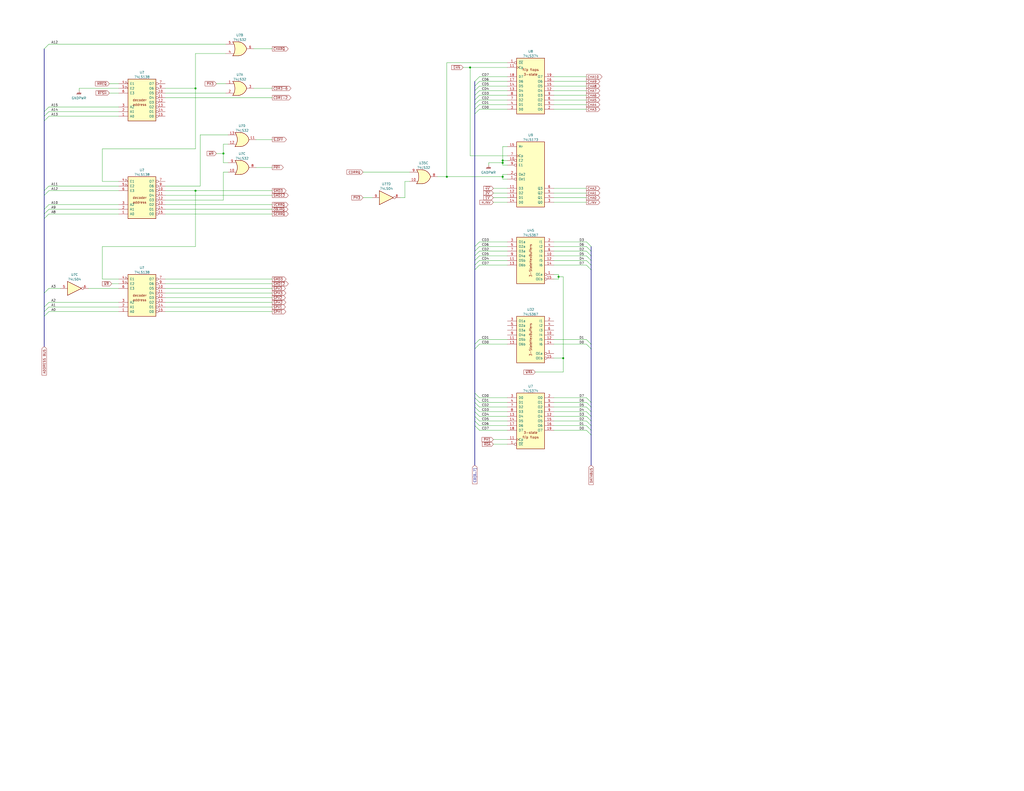
<source format=kicad_sch>
(kicad_sch (version 20211123) (generator eeschema)
  (paper "C")
  (title_block (title "TAITO SYSTEM SJ") (company "ANTON GALE"))
  (lib_symbols
    (symbol "jt74:74LS04" (pin_names (offset 1.016))
      (property "Reference" "U" (at 0 1.27 0))
      (property "Value" "74LS04" (at 0 -1.27 0))
      (symbol "74LS04_1_0"
        (polyline (pts (xy -3.81 3.81) (xy -3.81 -3.81) (xy 3.81 0) (xy -3.81 3.81)) (stroke (width 0.254)) (fill (type background)))
        (pin input line (at -7.62 0 0) (length 3.81) (name "~") (number "1"))
        (pin output inverted (at 7.62 0 180) (length 3.81) (name "~") (number "2"))
      )
      (symbol "74LS04_2_0"
        (polyline (pts (xy -3.81 3.81) (xy -3.81 -3.81) (xy 3.81 0) (xy -3.81 3.81)) (stroke (width 0.254)) (fill (type background)))
        (pin input line (at -7.62 0 0) (length 3.81) (name "~") (number "3"))
        (pin output inverted (at 7.62 0 180) (length 3.81) (name "~") (number "4"))
      )
      (symbol "74LS04_3_0"
        (polyline (pts (xy -3.81 3.81) (xy -3.81 -3.81) (xy 3.81 0) (xy -3.81 3.81)) (stroke (width 0.254)) (fill (type background)))
        (pin input line (at -7.62 0 0) (length 3.81) (name "~") (number "5"))
        (pin output inverted (at 7.62 0 180) (length 3.81) (name "~") (number "6"))
      )
      (symbol "74LS04_4_0"
        (polyline (pts (xy -3.81 3.81) (xy -3.81 -3.81) (xy 3.81 0) (xy -3.81 3.81)) (stroke (width 0.254)) (fill (type background)))
        (pin output inverted (at 7.62 0 180) (length 3.81) (name "~") (number "8"))
        (pin input line (at -7.62 0 0) (length 3.81) (name "~") (number "9"))
      )
      (symbol "74LS04_5_0"
        (polyline (pts (xy -3.81 3.81) (xy -3.81 -3.81) (xy 3.81 0) (xy -3.81 3.81)) (stroke (width 0.254)) (fill (type background)))
        (pin output inverted (at 7.62 0 180) (length 3.81) (name "~") (number "10"))
        (pin input line (at -7.62 0 0) (length 3.81) (name "~") (number "11"))
      )
      (symbol "74LS04_6_0"
        (polyline (pts (xy -3.81 3.81) (xy -3.81 -3.81) (xy 3.81 0) (xy -3.81 3.81)) (stroke (width 0.254)) (fill (type background)))
        (pin output inverted (at 7.62 0 180) (length 3.81) (name "~") (number "12"))
        (pin input line (at -7.62 0 0) (length 3.81) (name "~") (number "13"))
      )
      (symbol "74LS04_7_0"
        (pin power_in line (at 0 7.62 270) (length 5.08) hide (name "VCC") (number "14"))
        (pin power_in line (at 0 -7.62 90) (length 5.08) hide (name "VSS") (number "7"))
      )
      (symbol "74LS04_7_1"
        (rectangle (start -5.08 7.62) (end 5.08 -7.62) (stroke (width 0.254)) (fill (type background)))
      )
    )
    (symbol "jt74:74LS138" (pin_names (offset 1.016))
      (property "Reference" "U" (at 6.35 11.43 0))
      (property "Value" "74LS138" (at 3.81 -13.97 0))
      (symbol "74LS138_0_0"
        (text "address" (at -1.27 1.27 0) (effects (font (size 1.27 1.27))))
        (text "decoder" (at -1.27 -1.27 0) (effects (font (size 1.27 1.27))))
      )
      (symbol "74LS138_1_0"
        (pin input line (at -12.7 7.62 0) (length 5.08) (name "A0") (number "1"))
        (pin output inverted (at 12.7 -5.08 180) (length 5.08) (name "O5") (number "10"))
        (pin output inverted (at 12.7 -2.54 180) (length 5.08) (name "O4") (number "11"))
        (pin output inverted (at 12.7 0 180) (length 5.08) (name "O3") (number "12"))
        (pin output inverted (at 12.7 2.54 180) (length 5.08) (name "O2") (number "13"))
        (pin output inverted (at 12.7 5.08 180) (length 5.08) (name "O1") (number "14"))
        (pin output inverted (at 12.7 7.62 180) (length 5.08) (name "O0") (number "15"))
        (pin input line (at -12.7 5.08 0) (length 5.08) (name "A1") (number "2"))
        (pin input line (at -12.7 2.54 0) (length 5.08) (name "A2") (number "3"))
        (pin input input_low (at -12.7 -10.16 0) (length 5.08) (name "E1") (number "4"))
        (pin input input_low (at -12.7 -7.62 0) (length 5.08) (name "E2") (number "5"))
        (pin input line (at -12.7 -5.08 0) (length 5.08) (name "E3") (number "6"))
        (pin output inverted (at 12.7 -10.16 180) (length 5.08) (name "O7") (number "7"))
        (pin output inverted (at 12.7 -7.62 180) (length 5.08) (name "O6") (number "9"))
      )
      (symbol "74LS138_1_1"
        (rectangle (start -7.62 10.16) (end 7.62 -12.7) (stroke (width 0.254)) (fill (type background)))
      )
    )
    (symbol "jt74:74LS173" (pin_names (offset 1.016))
      (property "Reference" "U" (at -7.62 19.05 0))
      (property "Value" "74LS173" (at -7.62 -19.05 0))
      (symbol "74LS173_1_0"
        (pin input inverted (at -12.7 2.54 0) (length 5.08) (name "Oe1") (number "1"))
        (pin input inverted (at -12.7 -7.62 0) (length 5.08) (name "E2") (number "10"))
        (pin input line (at -12.7 7.62 0) (length 5.08) (name "D3") (number "11"))
        (pin input line (at -12.7 10.16 0) (length 5.08) (name "D2") (number "12"))
        (pin input line (at -12.7 12.7 0) (length 5.08) (name "D1") (number "13"))
        (pin input line (at -12.7 15.24 0) (length 5.08) (name "D0") (number "14"))
        (pin input line (at -12.7 -15.24 0) (length 5.08) (name "Mr") (number "15"))
        (pin input line (at 0 22.86 270) (length 5.08) hide (name "VCC") (number "16"))
        (pin input inverted (at -12.7 0 0) (length 5.08) (name "Oe2") (number "2"))
        (pin tri_state line (at 12.7 15.24 180) (length 5.08) (name "Q0") (number "3"))
        (pin tri_state line (at 12.7 12.7 180) (length 5.08) (name "Q1") (number "4"))
        (pin tri_state line (at 12.7 10.16 180) (length 5.08) (name "Q2") (number "5"))
        (pin tri_state line (at 12.7 7.62 180) (length 5.08) (name "Q3") (number "6"))
        (pin input clock (at -12.7 -10.16 0) (length 5.08) (name "Cp") (number "7"))
        (pin input line (at 0 -22.86 90) (length 5.08) hide (name "GND") (number "8"))
        (pin input inverted (at -12.7 -5.08 0) (length 5.08) (name "E1") (number "9"))
      )
      (symbol "74LS173_1_1"
        (rectangle (start -7.62 17.78) (end 7.62 -17.78) (stroke (width 0.254)) (fill (type background)))
      )
    )
    (symbol "jt74:74LS32" (pin_names (offset 1.016))
      (property "Reference" "U" (at 0 1.27 0))
      (property "Value" "74LS32" (at 0 -1.27 0))
      (symbol "74LS32_1_1"
        (arc (start -3.81 -3.81) (mid -2.589 0) (end -3.81 3.81) (stroke (width 0.254)))
        (arc (start -0.6096 -3.81) (mid 2.1842 -2.5851) (end 3.81 0) (stroke (width 0.254)) (fill (type background)))
        (polyline (pts (xy -3.81 -3.81) (xy -0.635 -3.81)) (stroke (width 0.254)) (fill (type background)))
        (polyline (pts (xy -3.81 3.81) (xy -0.635 3.81)) (stroke (width 0.254)) (fill (type background)))
        (polyline (pts (xy -0.635 3.81) (xy -3.81 3.81) (xy -3.81 3.81) (xy -3.556 3.4036) (xy -3.0226 2.2606) (xy -2.6924 1.0414) (xy -2.6162 -0.254) (xy -2.7686 -1.4986) (xy -3.175 -2.7178) (xy -3.81 -3.81) (xy -3.81 -3.81) (xy -0.635 -3.81)) (stroke (width -25.4)) (fill (type background)))
        (arc (start 3.81 0) (mid 2.1915 2.5936) (end -0.6096 3.81) (stroke (width 0.254)) (fill (type background)))
        (pin input line (at -7.62 2.54 0) (length 4.318) (name "~") (number "1"))
        (pin input line (at -7.62 -2.54 0) (length 4.318) (name "~") (number "2"))
        (pin output line (at 7.62 0 180) (length 3.81) (name "~") (number "3"))
      )
      (symbol "74LS32_1_2"
        (arc (start 0 -3.81) (mid 3.81 0) (end 0 3.81) (stroke (width 0.254)) (fill (type background)))
        (polyline (pts (xy 0 3.81) (xy -3.81 3.81) (xy -3.81 -3.81) (xy 0 -3.81)) (stroke (width 0.254)) (fill (type background)))
        (pin input inverted (at -7.62 2.54 0) (length 3.81) (name "~") (number "1"))
        (pin input inverted (at -7.62 -2.54 0) (length 3.81) (name "~") (number "2"))
        (pin output inverted (at 7.62 0 180) (length 3.81) (name "~") (number "3"))
      )
      (symbol "74LS32_2_1"
        (arc (start -3.81 -3.81) (mid -2.589 0) (end -3.81 3.81) (stroke (width 0.254)))
        (arc (start -0.6096 -3.81) (mid 2.1842 -2.5851) (end 3.81 0) (stroke (width 0.254)) (fill (type background)))
        (polyline (pts (xy -3.81 -3.81) (xy -0.635 -3.81)) (stroke (width 0.254)) (fill (type background)))
        (polyline (pts (xy -3.81 3.81) (xy -0.635 3.81)) (stroke (width 0.254)) (fill (type background)))
        (polyline (pts (xy -0.635 3.81) (xy -3.81 3.81) (xy -3.81 3.81) (xy -3.556 3.4036) (xy -3.0226 2.2606) (xy -2.6924 1.0414) (xy -2.6162 -0.254) (xy -2.7686 -1.4986) (xy -3.175 -2.7178) (xy -3.81 -3.81) (xy -3.81 -3.81) (xy -0.635 -3.81)) (stroke (width -25.4)) (fill (type background)))
        (arc (start 3.81 0) (mid 2.1915 2.5936) (end -0.6096 3.81) (stroke (width 0.254)) (fill (type background)))
        (pin input line (at -7.62 2.54 0) (length 4.318) (name "~") (number "4"))
        (pin input line (at -7.62 -2.54 0) (length 4.318) (name "~") (number "5"))
        (pin output line (at 7.62 0 180) (length 3.81) (name "~") (number "6"))
      )
      (symbol "74LS32_2_2"
        (arc (start 0 -3.81) (mid 3.81 0) (end 0 3.81) (stroke (width 0.254)) (fill (type background)))
        (polyline (pts (xy 0 3.81) (xy -3.81 3.81) (xy -3.81 -3.81) (xy 0 -3.81)) (stroke (width 0.254)) (fill (type background)))
        (pin input inverted (at -7.62 2.54 0) (length 3.81) (name "~") (number "4"))
        (pin input inverted (at -7.62 -2.54 0) (length 3.81) (name "~") (number "5"))
        (pin output inverted (at 7.62 0 180) (length 3.81) (name "~") (number "6"))
      )
      (symbol "74LS32_3_1"
        (arc (start -3.81 -3.81) (mid -2.589 0) (end -3.81 3.81) (stroke (width 0.254)))
        (arc (start -0.6096 -3.81) (mid 2.1842 -2.5851) (end 3.81 0) (stroke (width 0.254)) (fill (type background)))
        (polyline (pts (xy -3.81 -3.81) (xy -0.635 -3.81)) (stroke (width 0.254)) (fill (type background)))
        (polyline (pts (xy -3.81 3.81) (xy -0.635 3.81)) (stroke (width 0.254)) (fill (type background)))
        (polyline (pts (xy -0.635 3.81) (xy -3.81 3.81) (xy -3.81 3.81) (xy -3.556 3.4036) (xy -3.0226 2.2606) (xy -2.6924 1.0414) (xy -2.6162 -0.254) (xy -2.7686 -1.4986) (xy -3.175 -2.7178) (xy -3.81 -3.81) (xy -3.81 -3.81) (xy -0.635 -3.81)) (stroke (width -25.4)) (fill (type background)))
        (arc (start 3.81 0) (mid 2.1915 2.5936) (end -0.6096 3.81) (stroke (width 0.254)) (fill (type background)))
        (pin input line (at -7.62 -2.54 0) (length 4.318) (name "~") (number "10"))
        (pin output line (at 7.62 0 180) (length 3.81) (name "~") (number "8"))
        (pin input line (at -7.62 2.54 0) (length 4.318) (name "~") (number "9"))
      )
      (symbol "74LS32_3_2"
        (arc (start 0 -3.81) (mid 3.81 0) (end 0 3.81) (stroke (width 0.254)) (fill (type background)))
        (polyline (pts (xy 0 3.81) (xy -3.81 3.81) (xy -3.81 -3.81) (xy 0 -3.81)) (stroke (width 0.254)) (fill (type background)))
        (pin input inverted (at -7.62 -2.54 0) (length 3.81) (name "~") (number "10"))
        (pin output inverted (at 7.62 0 180) (length 3.81) (name "~") (number "8"))
        (pin input inverted (at -7.62 2.54 0) (length 3.81) (name "~") (number "9"))
      )
      (symbol "74LS32_4_1"
        (arc (start -3.81 -3.81) (mid -2.589 0) (end -3.81 3.81) (stroke (width 0.254)))
        (arc (start -0.6096 -3.81) (mid 2.1842 -2.5851) (end 3.81 0) (stroke (width 0.254)) (fill (type background)))
        (polyline (pts (xy -3.81 -3.81) (xy -0.635 -3.81)) (stroke (width 0.254)) (fill (type background)))
        (polyline (pts (xy -3.81 3.81) (xy -0.635 3.81)) (stroke (width 0.254)) (fill (type background)))
        (polyline (pts (xy -0.635 3.81) (xy -3.81 3.81) (xy -3.81 3.81) (xy -3.556 3.4036) (xy -3.0226 2.2606) (xy -2.6924 1.0414) (xy -2.6162 -0.254) (xy -2.7686 -1.4986) (xy -3.175 -2.7178) (xy -3.81 -3.81) (xy -3.81 -3.81) (xy -0.635 -3.81)) (stroke (width -25.4)) (fill (type background)))
        (arc (start 3.81 0) (mid 2.1915 2.5936) (end -0.6096 3.81) (stroke (width 0.254)) (fill (type background)))
        (pin output line (at 7.62 0 180) (length 3.81) (name "~") (number "11"))
        (pin input line (at -7.62 2.54 0) (length 4.318) (name "~") (number "12"))
        (pin input line (at -7.62 -2.54 0) (length 4.318) (name "~") (number "13"))
      )
      (symbol "74LS32_4_2"
        (arc (start 0 -3.81) (mid 3.81 0) (end 0 3.81) (stroke (width 0.254)) (fill (type background)))
        (polyline (pts (xy 0 3.81) (xy -3.81 3.81) (xy -3.81 -3.81) (xy 0 -3.81)) (stroke (width 0.254)) (fill (type background)))
        (pin output inverted (at 7.62 0 180) (length 3.81) (name "~") (number "11"))
        (pin input inverted (at -7.62 2.54 0) (length 3.81) (name "~") (number "12"))
        (pin input inverted (at -7.62 -2.54 0) (length 3.81) (name "~") (number "13"))
      )
      (symbol "74LS32_5_0"
        (pin power_in line (at 0 7.62 270) (length 5.08) hide (name "VCC") (number "14"))
        (pin power_in line (at 0 -7.62 90) (length 5.08) hide (name "VSS") (number "7"))
      )
      (symbol "74LS32_5_1"
        (rectangle (start -5.08 7.62) (end 5.08 -7.62) (stroke (width 0.254)) (fill (type background)))
      )
    )
    (symbol "jt74:74LS367" (pin_names (offset 1.016))
      (property "Reference" "U" (at -7.62 13.97 0))
      (property "Value" "74LS367" (at -7.62 -13.97 0))
      (symbol "74LS367_0_0"
        (text "3-StateHexBuffers" (at 0 0 900) (effects (font (size 1.27 1.27))))
      )
      (symbol "74LS367_1_0"
        (pin input inverted (at -12.7 -7.62 0) (length 5.08) (name "OEa") (number "1"))
        (pin input line (at -12.7 2.54 0) (length 5.08) (name "I4") (number "10"))
        (pin tri_state line (at 12.7 0 180) (length 5.08) (name "O5b") (number "11"))
        (pin input line (at -12.7 0 0) (length 5.08) (name "I5") (number "12"))
        (pin tri_state line (at 12.7 -2.54 180) (length 5.08) (name "O6b") (number "13"))
        (pin input line (at -12.7 -2.54 0) (length 5.08) (name "I6") (number "14"))
        (pin input inverted (at -12.7 -10.16 0) (length 5.08) (name "OEb") (number "15"))
        (pin input line (at -12.7 10.16 0) (length 5.08) (name "I1") (number "2"))
        (pin tri_state line (at 12.7 10.16 180) (length 5.08) (name "O1a") (number "3"))
        (pin input line (at -12.7 7.62 0) (length 5.08) (name "I2") (number "4"))
        (pin tri_state line (at 12.7 7.62 180) (length 5.08) (name "O2a") (number "5"))
        (pin input line (at -12.7 5.08 0) (length 5.08) (name "I3") (number "6"))
        (pin tri_state line (at 12.7 5.08 180) (length 5.08) (name "O3a") (number "7"))
        (pin tri_state line (at 12.7 2.54 180) (length 5.08) (name "O4a") (number "9"))
      )
      (symbol "74LS367_1_1"
        (rectangle (start -7.62 12.7) (end 7.62 -12.7) (stroke (width 0.254)) (fill (type background)))
      )
    )
    (symbol "jt74:74LS374" (pin_names (offset 1.016))
      (property "Reference" "U" (at 0 1.27 0))
      (property "Value" "74LS374" (at 2.54 -13.97 0))
      (symbol "74LS374_0_0"
        (text "3-state" (at 0 -6.35 0) (effects (font (size 1.27 1.27))))
        (text "flip flops" (at 0 -8.89 0) (effects (font (size 1.27 1.27))))
      )
      (symbol "74LS374_1_0"
        (pin input inverted (at -12.7 -12.7 0) (length 5.08) (name "~{OE}") (number "1"))
        (pin input clock (at -12.7 -10.16 0) (length 5.08) (name "Cp") (number "11"))
        (pin tri_state line (at 12.7 2.54 180) (length 5.08) (name "O4") (number "12"))
        (pin input line (at -12.7 2.54 0) (length 5.08) (name "D4") (number "13"))
        (pin input line (at -12.7 0 0) (length 5.08) (name "D5") (number "14"))
        (pin tri_state line (at 12.7 0 180) (length 5.08) (name "O5") (number "15"))
        (pin tri_state line (at 12.7 -2.54 180) (length 5.08) (name "O6") (number "16"))
        (pin input line (at -12.7 -2.54 0) (length 5.08) (name "D6") (number "17"))
        (pin input line (at -12.7 -5.08 0) (length 5.08) (name "D7") (number "18"))
        (pin tri_state line (at 12.7 -5.08 180) (length 5.08) (name "O7") (number "19"))
        (pin tri_state line (at 12.7 12.7 180) (length 5.08) (name "O0") (number "2"))
        (pin input line (at -12.7 12.7 0) (length 5.08) (name "D0") (number "3"))
        (pin input line (at -12.7 10.16 0) (length 5.08) (name "D1") (number "4"))
        (pin tri_state line (at 12.7 10.16 180) (length 5.08) (name "O1") (number "5"))
        (pin tri_state line (at 12.7 7.62 180) (length 5.08) (name "O2") (number "6"))
        (pin input line (at -12.7 7.62 0) (length 5.08) (name "D2") (number "7"))
        (pin input line (at -12.7 5.08 0) (length 5.08) (name "D3") (number "8"))
        (pin tri_state line (at 12.7 5.08 180) (length 5.08) (name "O3") (number "9"))
      )
      (symbol "74LS374_1_1"
        (rectangle (start -7.62 15.24) (end 7.62 -15.24) (stroke (width 0.254)) (fill (type background)))
      )
    )
    (symbol "power:GNDPWR" (power) (pin_names (offset 0))
      (property "Value" "GNDPWR" (at 0 -3.302 0))
      (symbol "GNDPWR_0_1"
        (polyline (pts (xy 0 -1.27) (xy 0 0)))
        (polyline (pts (xy -1.016 -1.27) (xy -1.27 -2.032) (xy -1.27 -2.032)) (stroke (width 0.2032)))
        (polyline (pts (xy -0.508 -1.27) (xy -0.762 -2.032) (xy -0.762 -2.032)) (stroke (width 0.2032)))
        (polyline (pts (xy 0 -1.27) (xy -0.254 -2.032) (xy -0.254 -2.032)) (stroke (width 0.2032)))
        (polyline (pts (xy 0.508 -1.27) (xy 0.254 -2.032) (xy 0.254 -2.032)) (stroke (width 0.2032)))
        (polyline (pts (xy 1.016 -1.27) (xy -1.016 -1.27) (xy -1.016 -1.27)) (stroke (width 0.2032)))
        (polyline (pts (xy 1.016 -1.27) (xy 0.762 -2.032) (xy 0.762 -2.032) (xy 0.762 -2.032)) (stroke (width 0.2032)))
      )
      (symbol "GNDPWR_1_1"
        (pin power_in line (at 0 0 270) (length 0) hide (name "GNDPWR") (number "1"))
      )
    )
  )
  (junction (at 307.34 195.58))
  (junction (at 106.68 104.14))
  (junction (at 274.32 87.63))
  (junction (at 243.84 96.52))
  (junction (at 274.32 96.52))
  (junction (at 304.8 151.13))
  (junction (at 274.32 88.9))
  (junction (at 106.68 48.26))
  (junction (at 256.54 36.83))
  (junction (at 121.92 83.82))
  (bus_entry (at 261.62 185.42) (size -2.54 2.54))
  (bus_entry (at 261.62 49.53) (size -2.54 2.54))
  (bus_entry (at 26.67 170.18) (size -2.54 2.54))
  (bus_entry (at 261.62 142.24) (size -2.54 2.54))
  (bus_entry (at 320.04 185.42) (size 2.54 2.54))
  (bus_entry (at 320.04 217.17) (size 2.54 2.54))
  (bus_entry (at 320.04 227.33) (size 2.54 2.54))
  (bus_entry (at 261.62 59.69) (size -2.54 2.54))
  (bus_entry (at 320.04 219.71) (size 2.54 2.54))
  (bus_entry (at 261.62 57.15) (size -2.54 2.54))
  (bus_entry (at 320.04 222.25) (size 2.54 2.54))
  (bus_entry (at 261.62 227.33) (size -2.54 -2.54))
  (bus_entry (at 261.62 137.16) (size -2.54 2.54))
  (bus_entry (at 26.67 111.76) (size -2.54 2.54))
  (bus_entry (at 261.62 52.07) (size -2.54 2.54))
  (bus_entry (at 26.67 24.13) (size -2.54 2.54))
  (bus_entry (at 26.67 63.5) (size -2.54 2.54))
  (bus_entry (at 261.62 229.87) (size -2.54 -2.54))
  (bus_entry (at 261.62 44.45) (size -2.54 2.54))
  (bus_entry (at 320.04 187.96) (size 2.54 2.54))
  (bus_entry (at 320.04 134.62) (size 2.54 2.54))
  (bus_entry (at 26.67 104.14) (size -2.54 2.54))
  (bus_entry (at 320.04 224.79) (size 2.54 2.54))
  (bus_entry (at 320.04 137.16) (size 2.54 2.54))
  (bus_entry (at 26.67 116.84) (size -2.54 2.54))
  (bus_entry (at 320.04 132.08) (size 2.54 2.54))
  (bus_entry (at 320.04 144.78) (size 2.54 2.54))
  (bus_entry (at 26.67 58.42) (size -2.54 2.54))
  (bus_entry (at 261.62 134.62) (size -2.54 2.54))
  (bus_entry (at 320.04 139.7) (size 2.54 2.54))
  (bus_entry (at 261.62 224.79) (size -2.54 -2.54))
  (bus_entry (at 320.04 234.95) (size 2.54 2.54))
  (bus_entry (at 261.62 219.71) (size -2.54 -2.54))
  (bus_entry (at 261.62 132.08) (size -2.54 2.54))
  (bus_entry (at 26.67 157.48) (size -2.54 2.54))
  (bus_entry (at 261.62 187.96) (size -2.54 2.54))
  (bus_entry (at 320.04 142.24) (size 2.54 2.54))
  (bus_entry (at 261.62 234.95) (size -2.54 -2.54))
  (bus_entry (at 261.62 54.61) (size -2.54 2.54))
  (bus_entry (at 26.67 167.64) (size -2.54 2.54))
  (bus_entry (at 261.62 41.91) (size -2.54 2.54))
  (bus_entry (at 261.62 222.25) (size -2.54 -2.54))
  (bus_entry (at 320.04 232.41) (size 2.54 2.54))
  (bus_entry (at 261.62 139.7) (size -2.54 2.54))
  (bus_entry (at 26.67 101.6) (size -2.54 2.54))
  (bus_entry (at 26.67 165.1) (size -2.54 2.54))
  (bus_entry (at 261.62 217.17) (size -2.54 -2.54))
  (bus_entry (at 261.62 232.41) (size -2.54 -2.54))
  (bus_entry (at 261.62 144.78) (size -2.54 2.54))
  (bus_entry (at 261.62 46.99) (size -2.54 2.54))
  (bus_entry (at 320.04 229.87) (size 2.54 2.54))
  (bus_entry (at 26.67 60.96) (size -2.54 2.54))
  (bus_entry (at 26.67 114.3) (size -2.54 2.54))
  (wire (pts (xy 106.68 104.14) (xy 106.68 134.62)))
  (wire (pts (xy 90.17 106.68) (xy 148.59 106.68)))
  (bus (pts (xy 24.13 116.84) (xy 24.13 114.3)))
  (wire (pts (xy 109.22 101.6) (xy 109.22 73.66)))
  (wire (pts (xy 302.26 49.53) (xy 320.04 49.53)))
  (wire (pts (xy 90.17 116.84) (xy 148.59 116.84)))
  (wire (pts (xy 302.26 102.87) (xy 320.04 102.87)))
  (bus (pts (xy 259.08 46.99) (xy 259.08 49.53)))
  (wire (pts (xy 90.17 165.1) (xy 148.59 165.1)))
  (wire (pts (xy 26.67 111.76) (xy 64.77 111.76)))
  (wire (pts (xy 55.88 134.62) (xy 55.88 152.4)))
  (wire (pts (xy 90.17 114.3) (xy 148.59 114.3)))
  (bus (pts (xy 259.08 57.15) (xy 259.08 59.69)))
  (bus (pts (xy 24.13 106.68) (xy 24.13 104.14)))
  (wire (pts (xy 26.67 170.18) (xy 64.77 170.18)))
  (wire (pts (xy 261.62 222.25) (xy 276.86 222.25)))
  (wire (pts (xy 26.67 167.64) (xy 64.77 167.64)))
  (wire (pts (xy 302.26 232.41) (xy 320.04 232.41)))
  (wire (pts (xy 302.26 227.33) (xy 320.04 227.33)))
  (bus (pts (xy 322.58 219.71) (xy 322.58 222.25)))
  (wire (pts (xy 90.17 53.34) (xy 148.59 53.34)))
  (wire (pts (xy 302.26 54.61) (xy 320.04 54.61)))
  (wire (pts (xy 118.11 45.72) (xy 123.19 45.72)))
  (wire (pts (xy 320.04 139.7) (xy 302.26 139.7)))
  (wire (pts (xy 320.04 134.62) (xy 302.26 134.62)))
  (bus (pts (xy 24.13 172.72) (xy 24.13 170.18)))
  (wire (pts (xy 261.62 224.79) (xy 276.86 224.79)))
  (bus (pts (xy 24.13 172.72) (xy 24.13 189.23)))
  (wire (pts (xy 256.54 36.83) (xy 276.86 36.83)))
  (wire (pts (xy 302.26 44.45) (xy 320.04 44.45)))
  (wire (pts (xy 274.32 87.63) (xy 274.32 88.9)))
  (wire (pts (xy 90.17 170.18) (xy 148.59 170.18)))
  (wire (pts (xy 276.86 34.29) (xy 243.84 34.29)))
  (bus (pts (xy 322.58 222.25) (xy 322.58 224.79)))
  (bus (pts (xy 24.13 167.64) (xy 24.13 160.02)))
  (wire (pts (xy 276.86 85.09) (xy 256.54 85.09)))
  (wire (pts (xy 320.04 132.08) (xy 302.26 132.08)))
  (wire (pts (xy 261.62 134.62) (xy 276.86 134.62)))
  (wire (pts (xy 269.24 102.87) (xy 276.86 102.87)))
  (wire (pts (xy 261.62 219.71) (xy 276.86 219.71)))
  (wire (pts (xy 302.26 195.58) (xy 307.34 195.58)))
  (wire (pts (xy 261.62 54.61) (xy 276.86 54.61)))
  (wire (pts (xy 90.17 162.56) (xy 148.59 162.56)))
  (bus (pts (xy 259.08 222.25) (xy 259.08 224.79)))
  (wire (pts (xy 26.67 116.84) (xy 64.77 116.84)))
  (wire (pts (xy 261.62 187.96) (xy 276.86 187.96)))
  (wire (pts (xy 261.62 41.91) (xy 276.86 41.91)))
  (wire (pts (xy 302.26 234.95) (xy 320.04 234.95)))
  (wire (pts (xy 26.67 101.6) (xy 64.77 101.6)))
  (bus (pts (xy 24.13 66.04) (xy 24.13 63.5)))
  (wire (pts (xy 274.32 97.79) (xy 276.86 97.79)))
  (wire (pts (xy 26.67 104.14) (xy 64.77 104.14)))
  (wire (pts (xy 138.43 48.26) (xy 148.59 48.26)))
  (bus (pts (xy 322.58 232.41) (xy 322.58 234.95)))
  (wire (pts (xy 261.62 46.99) (xy 276.86 46.99)))
  (wire (pts (xy 302.26 59.69) (xy 320.04 59.69)))
  (wire (pts (xy 302.26 229.87) (xy 320.04 229.87)))
  (wire (pts (xy 261.62 49.53) (xy 276.86 49.53)))
  (wire (pts (xy 274.32 80.01) (xy 274.32 87.63)))
  (wire (pts (xy 109.22 73.66) (xy 124.46 73.66)))
  (bus (pts (xy 322.58 227.33) (xy 322.58 229.87)))
  (wire (pts (xy 261.62 229.87) (xy 276.86 229.87)))
  (wire (pts (xy 261.62 142.24) (xy 276.86 142.24)))
  (bus (pts (xy 322.58 139.7) (xy 322.58 142.24)))
  (wire (pts (xy 261.62 52.07) (xy 276.86 52.07)))
  (wire (pts (xy 274.32 95.25) (xy 274.32 96.52)))
  (bus (pts (xy 259.08 59.69) (xy 259.08 62.23)))
  (wire (pts (xy 274.32 90.17) (xy 276.86 90.17)))
  (wire (pts (xy 320.04 187.96) (xy 302.26 187.96)))
  (wire (pts (xy 269.24 105.41) (xy 276.86 105.41)))
  (bus (pts (xy 259.08 44.45) (xy 259.08 46.99)))
  (bus (pts (xy 322.58 224.79) (xy 322.58 227.33)))
  (wire (pts (xy 238.76 96.52) (xy 243.84 96.52)))
  (bus (pts (xy 259.08 139.7) (xy 259.08 142.24)))
  (wire (pts (xy 302.26 152.4) (xy 304.8 152.4)))
  (wire (pts (xy 243.84 96.52) (xy 274.32 96.52)))
  (wire (pts (xy 302.26 105.41) (xy 320.04 105.41)))
  (bus (pts (xy 322.58 144.78) (xy 322.58 147.32)))
  (wire (pts (xy 274.32 88.9) (xy 266.7 88.9)))
  (bus (pts (xy 322.58 190.5) (xy 322.58 219.71)))
  (bus (pts (xy 259.08 147.32) (xy 259.08 187.96)))
  (wire (pts (xy 121.92 109.22) (xy 121.92 93.98)))
  (bus (pts (xy 259.08 229.87) (xy 259.08 232.41)))
  (wire (pts (xy 90.17 154.94) (xy 148.59 154.94)))
  (wire (pts (xy 269.24 242.57) (xy 276.86 242.57)))
  (bus (pts (xy 24.13 119.38) (xy 24.13 116.84)))
  (wire (pts (xy 274.32 96.52) (xy 274.32 97.79)))
  (wire (pts (xy 198.12 93.98) (xy 223.52 93.98)))
  (wire (pts (xy 60.96 154.94) (xy 64.77 154.94)))
  (bus (pts (xy 322.58 237.49) (xy 322.58 254)))
  (wire (pts (xy 261.62 232.41) (xy 276.86 232.41)))
  (wire (pts (xy 55.88 99.06) (xy 64.77 99.06)))
  (wire (pts (xy 261.62 144.78) (xy 276.86 144.78)))
  (wire (pts (xy 139.7 76.2) (xy 148.59 76.2)))
  (wire (pts (xy 55.88 81.28) (xy 55.88 99.06)))
  (bus (pts (xy 259.08 224.79) (xy 259.08 227.33)))
  (wire (pts (xy 90.17 152.4) (xy 148.59 152.4)))
  (bus (pts (xy 24.13 170.18) (xy 24.13 167.64)))
  (wire (pts (xy 276.86 80.01) (xy 274.32 80.01)))
  (wire (pts (xy 269.24 107.95) (xy 276.86 107.95)))
  (wire (pts (xy 302.26 217.17) (xy 320.04 217.17)))
  (wire (pts (xy 64.77 48.26) (xy 43.18 48.26)))
  (wire (pts (xy 26.67 58.42) (xy 64.77 58.42)))
  (wire (pts (xy 302.26 41.91) (xy 320.04 41.91)))
  (bus (pts (xy 259.08 62.23) (xy 259.08 134.62)))
  (wire (pts (xy 261.62 57.15) (xy 276.86 57.15)))
  (wire (pts (xy 139.7 91.44) (xy 148.59 91.44)))
  (wire (pts (xy 274.32 88.9) (xy 274.32 90.17)))
  (bus (pts (xy 259.08 49.53) (xy 259.08 52.07)))
  (wire (pts (xy 59.69 50.8) (xy 64.77 50.8)))
  (wire (pts (xy 90.17 109.22) (xy 121.92 109.22)))
  (wire (pts (xy 261.62 234.95) (xy 276.86 234.95)))
  (wire (pts (xy 307.34 195.58) (xy 307.34 203.2)))
  (wire (pts (xy 302.26 149.86) (xy 304.8 149.86)))
  (bus (pts (xy 259.08 190.5) (xy 259.08 214.63)))
  (wire (pts (xy 118.11 83.82) (xy 121.92 83.82)))
  (wire (pts (xy 121.92 78.74) (xy 121.92 83.82)))
  (wire (pts (xy 302.26 57.15) (xy 320.04 57.15)))
  (wire (pts (xy 304.8 151.13) (xy 307.34 151.13)))
  (wire (pts (xy 48.26 157.48) (xy 64.77 157.48)))
  (wire (pts (xy 106.68 104.14) (xy 148.59 104.14)))
  (wire (pts (xy 218.44 107.95) (xy 220.98 107.95)))
  (wire (pts (xy 121.92 93.98) (xy 124.46 93.98)))
  (wire (pts (xy 26.67 24.13) (xy 123.19 24.13)))
  (bus (pts (xy 322.58 147.32) (xy 322.58 187.96)))
  (wire (pts (xy 124.46 78.74) (xy 121.92 78.74)))
  (bus (pts (xy 24.13 63.5) (xy 24.13 60.96)))
  (bus (pts (xy 259.08 134.62) (xy 259.08 137.16)))
  (wire (pts (xy 220.98 99.06) (xy 223.52 99.06)))
  (wire (pts (xy 26.67 63.5) (xy 64.77 63.5)))
  (wire (pts (xy 261.62 217.17) (xy 276.86 217.17)))
  (bus (pts (xy 259.08 232.41) (xy 259.08 254)))
  (wire (pts (xy 302.26 46.99) (xy 320.04 46.99)))
  (wire (pts (xy 261.62 185.42) (xy 276.86 185.42)))
  (wire (pts (xy 302.26 107.95) (xy 320.04 107.95)))
  (wire (pts (xy 138.43 26.67) (xy 148.59 26.67)))
  (wire (pts (xy 106.68 48.26) (xy 106.68 29.21)))
  (wire (pts (xy 269.24 110.49) (xy 276.86 110.49)))
  (wire (pts (xy 304.8 151.13) (xy 304.8 152.4)))
  (wire (pts (xy 121.92 83.82) (xy 121.92 88.9)))
  (bus (pts (xy 24.13 114.3) (xy 24.13 106.68)))
  (wire (pts (xy 261.62 59.69) (xy 276.86 59.69)))
  (wire (pts (xy 307.34 151.13) (xy 307.34 195.58)))
  (wire (pts (xy 302.26 219.71) (xy 320.04 219.71)))
  (wire (pts (xy 55.88 152.4) (xy 64.77 152.4)))
  (wire (pts (xy 59.69 45.72) (xy 64.77 45.72)))
  (wire (pts (xy 320.04 185.42) (xy 302.26 185.42)))
  (wire (pts (xy 261.62 132.08) (xy 276.86 132.08)))
  (bus (pts (xy 259.08 187.96) (xy 259.08 190.5)))
  (bus (pts (xy 259.08 54.61) (xy 259.08 57.15)))
  (wire (pts (xy 43.18 48.26) (xy 43.18 49.53)))
  (wire (pts (xy 26.67 114.3) (xy 64.77 114.3)))
  (bus (pts (xy 322.58 134.62) (xy 322.58 137.16)))
  (wire (pts (xy 307.34 203.2) (xy 292.1 203.2)))
  (wire (pts (xy 106.68 81.28) (xy 55.88 81.28)))
  (wire (pts (xy 26.67 165.1) (xy 64.77 165.1)))
  (wire (pts (xy 106.68 48.26) (xy 106.68 81.28)))
  (wire (pts (xy 320.04 144.78) (xy 302.26 144.78)))
  (wire (pts (xy 276.86 87.63) (xy 274.32 87.63)))
  (wire (pts (xy 304.8 149.86) (xy 304.8 151.13)))
  (wire (pts (xy 320.04 142.24) (xy 302.26 142.24)))
  (wire (pts (xy 90.17 101.6) (xy 109.22 101.6)))
  (wire (pts (xy 106.68 29.21) (xy 123.19 29.21)))
  (bus (pts (xy 322.58 142.24) (xy 322.58 144.78)))
  (wire (pts (xy 266.7 88.9) (xy 266.7 90.17)))
  (wire (pts (xy 261.62 227.33) (xy 276.86 227.33)))
  (wire (pts (xy 261.62 139.7) (xy 276.86 139.7)))
  (wire (pts (xy 256.54 85.09) (xy 256.54 36.83)))
  (bus (pts (xy 259.08 217.17) (xy 259.08 219.71)))
  (wire (pts (xy 198.12 107.95) (xy 203.2 107.95)))
  (bus (pts (xy 322.58 137.16) (xy 322.58 139.7)))
  (wire (pts (xy 243.84 34.29) (xy 243.84 96.52)))
  (wire (pts (xy 302.26 110.49) (xy 320.04 110.49)))
  (wire (pts (xy 220.98 107.95) (xy 220.98 99.06)))
  (wire (pts (xy 121.92 88.9) (xy 124.46 88.9)))
  (wire (pts (xy 302.26 222.25) (xy 320.04 222.25)))
  (wire (pts (xy 90.17 111.76) (xy 148.59 111.76)))
  (bus (pts (xy 259.08 137.16) (xy 259.08 139.7)))
  (bus (pts (xy 259.08 214.63) (xy 259.08 217.17)))
  (wire (pts (xy 269.24 240.03) (xy 276.86 240.03)))
  (bus (pts (xy 24.13 160.02) (xy 24.13 119.38)))
  (wire (pts (xy 106.68 134.62) (xy 55.88 134.62)))
  (bus (pts (xy 322.58 229.87) (xy 322.58 232.41)))
  (wire (pts (xy 276.86 95.25) (xy 274.32 95.25)))
  (bus (pts (xy 259.08 52.07) (xy 259.08 54.61)))
  (wire (pts (xy 261.62 44.45) (xy 276.86 44.45)))
  (bus (pts (xy 322.58 187.96) (xy 322.58 190.5)))
  (wire (pts (xy 320.04 137.16) (xy 302.26 137.16)))
  (wire (pts (xy 90.17 157.48) (xy 148.59 157.48)))
  (wire (pts (xy 261.62 137.16) (xy 276.86 137.16)))
  (wire (pts (xy 302.26 224.79) (xy 320.04 224.79)))
  (bus (pts (xy 322.58 234.95) (xy 322.58 237.49)))
  (bus (pts (xy 259.08 142.24) (xy 259.08 144.78)))
  (wire (pts (xy 26.67 60.96) (xy 64.77 60.96)))
  (wire (pts (xy 90.17 167.64) (xy 148.59 167.64)))
  (wire (pts (xy 90.17 160.02) (xy 148.59 160.02)))
  (wire (pts (xy 302.26 52.07) (xy 320.04 52.07)))
  (wire (pts (xy 90.17 48.26) (xy 106.68 48.26)))
  (wire (pts (xy 252.73 36.83) (xy 256.54 36.83)))
  (bus (pts (xy 259.08 219.71) (xy 259.08 222.25)))
  (bus (pts (xy 259.08 144.78) (xy 259.08 147.32)))
  (bus (pts (xy 24.13 26.67) (xy 24.13 60.96)))
  (wire (pts (xy 90.17 50.8) (xy 123.19 50.8)))
  (wire (pts (xy 26.67 157.48) (xy 33.02 157.48)))
  (bus (pts (xy 259.08 227.33) (xy 259.08 229.87)))
  (wire (pts (xy 90.17 104.14) (xy 106.68 104.14)))
  (bus (pts (xy 24.13 104.14) (xy 24.13 66.04)))
  (label "CD1" (at 262.89 219.71 0))
  (label "A1" (at 27.94 167.64 0))
  (label "D0" (at 318.77 187.96 180))
  (label "A8" (at 27.94 116.84 0))
  (label "CD6" (at 262.89 232.41 0))
  (label "CD6" (at 262.89 134.62 0))
  (label "CD4" (at 262.89 49.53 0))
  (label "CD5" (at 262.89 229.87 0))
  (label "CD7" (at 262.89 144.78 0))
  (label "CD1" (at 262.89 185.42 0))
  (label "CD7" (at 262.89 234.95 0))
  (label "CD5" (at 262.89 139.7 0))
  (label "D1" (at 318.77 185.42 180))
  (label "CD1" (at 262.89 57.15 0))
  (label "D2" (at 318.77 137.16 180))
  (label "CD2" (at 262.89 137.16 0))
  (label "CD2" (at 262.89 54.61 0))
  (label "D4" (at 318.77 224.79 180))
  (label "CD0" (at 262.89 217.17 0))
  (label "A12" (at 27.94 104.14 0))
  (label "D7" (at 318.77 144.78 180))
  (label "CD3" (at 262.89 132.08 0))
  (label "D6" (at 318.77 134.62 180))
  (label "D6" (at 318.77 219.71 180))
  (label "A10" (at 27.94 111.76 0))
  (label "A9" (at 27.94 114.3 0))
  (label "CD3" (at 262.89 52.07 0))
  (label "A3" (at 27.94 157.48 0))
  (label "A0" (at 27.94 170.18 0))
  (label "CD4" (at 262.89 227.33 0))
  (label "CD0" (at 262.89 187.96 0))
  (label "D4" (at 318.77 142.24 180))
  (label "CD0" (at 262.89 59.69 0))
  (label "CD7" (at 262.89 41.91 0))
  (label "D3" (at 318.77 227.33 180))
  (label "CD6" (at 262.89 44.45 0))
  (label "A13" (at 27.94 63.5 0))
  (label "D1" (at 318.77 232.41 180))
  (label "A2" (at 27.94 165.1 0))
  (label "D0" (at 318.77 234.95 180))
  (label "CD4" (at 262.89 142.24 0))
  (label "D5" (at 318.77 222.25 180))
  (label "D2" (at 318.77 229.87 180))
  (label "D5" (at 318.77 139.7 180))
  (label "CD5" (at 262.89 46.99 0))
  (label "CD3" (at 262.89 224.79 0))
  (label "CD2" (at 262.89 222.25 0))
  (label "A11" (at 27.94 101.6 0))
  (label "D7" (at 318.77 217.17 180))
  (label "A15" (at 27.94 58.42 0))
  (label "A14" (at 27.94 60.96 0))
  (label "A12" (at 27.94 24.13 0))
  (label "D3" (at 318.77 132.08 180))
  (global_label "CHA4" (shape output) (at 320.04 57.15 0) (property "Intersheet References" "${INTERSHEET_REFS}" (effects hide)))
  (global_label "~{CDR3-6}" (shape output) (at 148.59 48.26 0) (property "Intersheet References" "${INTERSHEET_REFS}" (effects hide)))
  (global_label "~{RFSH}" (shape input) (at 59.69 50.8 180) (property "Intersheet References" "${INTERSHEET_REFS}" (effects hide)))
  (global_label "~{CDR1-2}" (shape output) (at 148.59 53.34 0) (property "Intersheet References" "${INTERSHEET_REFS}" (effects hide)))
  (global_label "H.INV" (shape input) (at 269.24 110.49 180) (property "Intersheet References" "${INTERSHEET_REFS}" (effects hide)))
  (global_label "~{2V'}" (shape input) (at 269.24 105.41 180) (property "Intersheet References" "${INTERSHEET_REFS}" (effects hide)))
  (global_label "~{4V'}" (shape input) (at 269.24 102.87 180) (property "Intersheet References" "${INTERSHEET_REFS}" (effects hide)))
  (global_label "~{PH1}" (shape input) (at 269.24 240.03 180) (property "Intersheet References" "${INTERSHEET_REFS}" (effects hide)))
  (global_label "~{SPV3}" (shape output) (at 148.59 157.48 0) (property "Intersheet References" "${INTERSHEET_REFS}" (effects hide)))
  (global_label "~{SMD12}" (shape output) (at 148.59 154.94 0) (property "Intersheet References" "${INTERSHEET_REFS}" (effects hide)))
  (global_label "C.INV" (shape output) (at 320.04 110.49 0) (property "Intersheet References" "${INTERSHEET_REFS}" (effects hide)))
  (global_label "~{SCRRQ}" (shape output) (at 148.59 116.84 0) (property "Intersheet References" "${INTERSHEET_REFS}" (effects hide)))
  (global_label "~{PH3}" (shape input) (at 118.11 45.72 180) (property "Intersheet References" "${INTERSHEET_REFS}" (effects hide)))
  (global_label "~{PH3}" (shape input) (at 198.12 107.95 180) (property "Intersheet References" "${INTERSHEET_REFS}" (effects hide)))
  (global_label "CDRRQ" (shape input) (at 198.12 93.98 180) (property "Intersheet References" "${INTERSHEET_REFS}" (effects hide)))
  (global_label "CHA7" (shape output) (at 320.04 49.53 0) (property "Intersheet References" "${INTERSHEET_REFS}" (effects hide)))
  (global_label "CHA9" (shape output) (at 320.04 44.45 0) (property "Intersheet References" "${INTERSHEET_REFS}" (effects hide)))
  (global_label "~{1V'}" (shape input) (at 269.24 107.95 180) (property "Intersheet References" "${INTERSHEET_REFS}" (effects hide)))
  (global_label "~{OBJRQ}" (shape output) (at 148.59 114.3 0) (property "Intersheet References" "${INTERSHEET_REFS}" (effects hide)))
  (global_label "~{SPH3}" (shape output) (at 148.59 160.02 0) (property "Intersheet References" "${INTERSHEET_REFS}" (effects hide)))
  (global_label "CD[0..7]" (shape input) (at 259.08 254 270) (property "Intersheet References" "${INTERSHEET_REFS}" (effects hide)))
  (global_label "~{CHARQ}" (shape output) (at 148.59 26.67 0) (property "Intersheet References" "${INTERSHEET_REFS}" (effects hide)))
  (global_label "CHA1" (shape output) (at 320.04 105.41 0) (property "Intersheet References" "${INTERSHEET_REFS}" (effects hide)))
  (global_label "CHA5" (shape output) (at 320.04 54.61 0) (property "Intersheet References" "${INTERSHEET_REFS}" (effects hide)))
  (global_label "CHA6" (shape output) (at 320.04 52.07 0) (property "Intersheet References" "${INTERSHEET_REFS}" (effects hide)))
  (global_label "~{WRA}" (shape input) (at 292.1 203.2 180) (property "Intersheet References" "${INTERSHEET_REFS}" (effects hide)))
  (global_label "DATABUS" (shape input) (at 322.58 254 270) (property "Intersheet References" "${INTERSHEET_REFS}" (effects hide)))
  (global_label "~{SPH1}" (shape output) (at 148.59 170.18 0) (property "Intersheet References" "${INTERSHEET_REFS}" (effects hide)))
  (global_label "ADDRESS BUS" (shape input) (at 24.13 189.23 270) (property "Intersheet References" "${INTERSHEET_REFS}" (effects hide)))
  (global_label "~{WR}" (shape input) (at 118.11 83.82 180) (property "Intersheet References" "${INTERSHEET_REFS}" (effects hide)))
  (global_label "~{PRY}" (shape output) (at 148.59 91.44 0) (property "Intersheet References" "${INTERSHEET_REFS}" (effects hide)))
  (global_label "~{WR}" (shape input) (at 60.96 154.94 180) (property "Intersheet References" "${INTERSHEET_REFS}" (effects hide)))
  (global_label "~{S.OFF}" (shape output) (at 148.59 76.2 0) (property "Intersheet References" "${INTERSHEET_REFS}" (effects hide)))
  (global_label "~{1HN}" (shape input) (at 252.73 36.83 180) (property "Intersheet References" "${INTERSHEET_REFS}" (effects hide)))
  (global_label "CHA3" (shape output) (at 320.04 59.69 0) (property "Intersheet References" "${INTERSHEET_REFS}" (effects hide)))
  (global_label "~{SMD3}" (shape output) (at 148.59 152.4 0) (property "Intersheet References" "${INTERSHEET_REFS}" (effects hide)))
  (global_label "CHA0" (shape output) (at 320.04 107.95 0) (property "Intersheet References" "${INTERSHEET_REFS}" (effects hide)))
  (global_label "~{SMD3}" (shape output) (at 148.59 104.14 0) (property "Intersheet References" "${INTERSHEET_REFS}" (effects hide)))
  (global_label "~{SPH2}" (shape output) (at 148.59 165.1 0) (property "Intersheet References" "${INTERSHEET_REFS}" (effects hide)))
  (global_label "~{SMD12}" (shape output) (at 148.59 106.68 0) (property "Intersheet References" "${INTERSHEET_REFS}" (effects hide)))
  (global_label "~{VCRRQ}" (shape output) (at 148.59 111.76 0) (property "Intersheet References" "${INTERSHEET_REFS}" (effects hide)))
  (global_label "~{RDA}" (shape input) (at 269.24 242.57 180) (property "Intersheet References" "${INTERSHEET_REFS}" (effects hide)))
  (global_label "CHA8" (shape output) (at 320.04 46.99 0) (property "Intersheet References" "${INTERSHEET_REFS}" (effects hide)))
  (global_label "CHA2" (shape output) (at 320.04 102.87 0) (property "Intersheet References" "${INTERSHEET_REFS}" (effects hide)))
  (global_label "CHA10" (shape output) (at 320.04 41.91 0) (property "Intersheet References" "${INTERSHEET_REFS}" (effects hide)))
  (global_label "~{MREQ}" (shape input) (at 59.69 45.72 180) (property "Intersheet References" "${INTERSHEET_REFS}" (effects hide)))
  (global_label "~{SPV1}" (shape output) (at 148.59 167.64 0) (property "Intersheet References" "${INTERSHEET_REFS}" (effects hide)))
  (global_label "~{SPV2}" (shape output) (at 148.59 162.56 0) (property "Intersheet References" "${INTERSHEET_REFS}" (effects hide)))
  (symbol (lib_id "jt74:74LS04") (at 210.82 107.95 0) (unit 4)
    (property "Reference" "U??" (at 210.82 100.4402 0))
    (property "Value" "74LS04" (at 210.82 102.9771 0))
    (property "Datasheet" "http://www.ti.com/lit/gpn/sn74LS04" (effects hide))
  )
  (symbol (lib_id "jt74:74LS367") (at 289.56 142.24 0) (mirror y) (unit 1)
    (property "Reference" "U45" (at 289.56 125.8402 0))
    (property "Value" "74LS367" (at 289.56 128.3771 0))
    (property "Datasheet" "https://pdf1.alldatasheet.com/datasheet-pdf/view/12653/ONSEMI/SN74LS367AN.html" (effects hide))
  )
  (symbol (lib_id "jt74:74LS374") (at 289.56 229.87 0) (unit 1)
    (property "Reference" "U7" (at 289.56 210.9302 0))
    (property "Value" "74LS374" (at 289.56 213.4671 0))
    (property "Datasheet" "http://www.ti.com/lit/gpn/sn74LS374" (effects hide))
  )
  (symbol (lib_id "jt74:74LS32") (at 132.08 91.44 0) (unit 3)
    (property "Reference" "U?" (at 132.08 83.9302 0))
    (property "Value" "74LS32" (at 132.08 86.4671 0))
    (property "Datasheet" "http://www.ti.com/lit/gpn/sn74LS32" (effects hide))
  )
  (symbol (lib_id "jt74:74LS32") (at 130.81 26.67 0) (mirror x) (unit 2)
    (property "Reference" "U?" (at 130.81 19.1602 0))
    (property "Value" "74LS32" (at 130.81 21.6971 0))
    (property "Datasheet" "http://www.ti.com/lit/gpn/sn74LS32" (effects hide))
  )
  (symbol (lib_id "jt74:74LS367") (at 289.56 185.42 0) (mirror y) (unit 1)
    (property "Reference" "U32" (at 289.56 169.0202 0))
    (property "Value" "74LS367" (at 289.56 171.5571 0))
    (property "Datasheet" "https://pdf1.alldatasheet.com/datasheet-pdf/view/12653/ONSEMI/SN74LS367AN.html" (effects hide))
  )
  (symbol (lib_id "jt74:74LS138") (at 77.47 55.88 0) (mirror x) (unit 1)
    (property "Reference" "U?" (at 77.47 39.4802 0))
    (property "Value" "74LS138" (at 77.47 42.0171 0))
    (property "Datasheet" "http://www.ti.com/lit/gpn/sn74LS138" (effects hide))
  )
  (symbol (lib_id "jt74:74LS374") (at 289.56 46.99 0) (mirror x) (unit 1)
    (property "Reference" "U8" (at 289.56 28.0502 0))
    (property "Value" "74LS374" (at 289.56 30.5871 0))
    (property "Datasheet" "http://www.ti.com/lit/gpn/sn74LS374" (effects hide))
  )
  (symbol (lib_id "power:GNDPWR") (at 266.7 90.17 0) (unit 1)
    (property "Reference" "#PWR?" (effects hide))
    (property "Value" "GNDPWR" (at 266.573 94.207 0))
  )
  (symbol (lib_id "jt74:74LS32") (at 231.14 96.52 0) (unit 3)
    (property "Reference" "U35" (at 231.14 89.0102 0))
    (property "Value" "74LS32" (at 231.14 91.5471 0))
    (property "Datasheet" "http://www.ti.com/lit/gpn/sn74LS32" (effects hide))
  )
  (symbol (lib_id "jt74:74LS32") (at 130.81 48.26 0) (unit 1)
    (property "Reference" "U?" (at 130.81 40.7502 0))
    (property "Value" "74LS32" (at 130.81 43.2871 0))
    (property "Datasheet" "http://www.ti.com/lit/gpn/sn74LS32" (effects hide))
  )
  (symbol (lib_id "power:GNDPWR") (at 43.18 49.53 0) (unit 1)
    (property "Reference" "#PWR?" (effects hide))
    (property "Value" "GNDPWR" (at 43.053 53.567 0))
  )
  (symbol (lib_id "jt74:74LS138") (at 77.47 162.56 0) (mirror x) (unit 1)
    (property "Reference" "U?" (at 77.47 146.1602 0))
    (property "Value" "74LS138" (at 77.47 148.6971 0))
    (property "Datasheet" "http://www.ti.com/lit/gpn/sn74LS138" (effects hide))
  )
  (symbol (lib_id "jt74:74LS04") (at 40.64 157.48 0) (unit 3)
    (property "Reference" "U?" (at 40.64 149.9702 0))
    (property "Value" "74LS04" (at 40.64 152.5071 0))
    (property "Datasheet" "http://www.ti.com/lit/gpn/sn74LS04" (effects hide))
  )
  (symbol (lib_id "jt74:74LS173") (at 289.56 95.25 0) (mirror x) (unit 1)
    (property "Reference" "U9" (at 289.56 73.7702 0))
    (property "Value" "74LS173" (at 289.56 76.3071 0))
    (property "Datasheet" "http://www.ti.com/lit/gpn/sn74LS173" (effects hide))
  )
  (symbol (lib_id "jt74:74LS138") (at 77.47 109.22 0) (mirror x) (unit 1)
    (property "Reference" "U?" (at 77.47 92.8202 0))
    (property "Value" "74LS138" (at 77.47 95.3571 0))
    (property "Datasheet" "http://www.ti.com/lit/gpn/sn74LS138" (effects hide))
  )
  (symbol (lib_id "jt74:74LS32") (at 132.08 76.2 0) (mirror x) (unit 4)
    (property "Reference" "U?" (at 132.08 68.6902 0))
    (property "Value" "74LS32" (at 132.08 71.2271 0))
    (property "Datasheet" "http://www.ti.com/lit/gpn/sn74LS32" (effects hide))
  )
)
</source>
